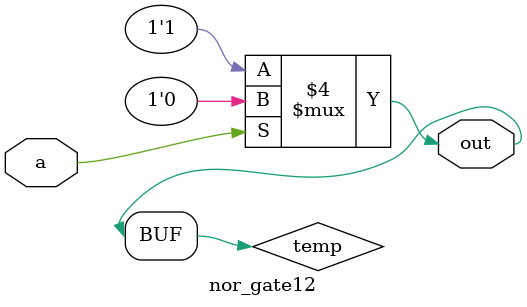
<source format=v>
module nor_gate12 (
    input wire a,
    output wire out
);

    reg temp;
    always @(*) begin
        temp = (|a == 1'b0) ? 1'b1 : 1'b0;
    end

    assign out = temp;
    
endmodule

</source>
